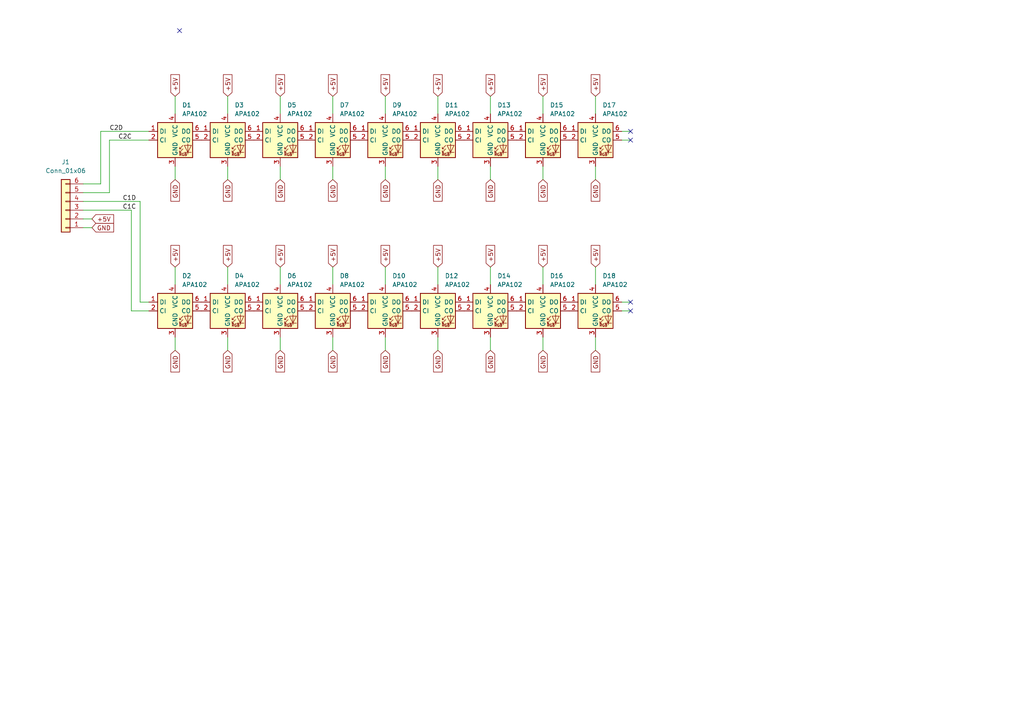
<source format=kicad_sch>
(kicad_sch (version 20211123) (generator eeschema)
  (paper "A4")
  (lib_symbols
    (symbol "Connector_Generic:Conn_01x06" (pin_names (offset 1.016) hide)
      (property "Reference" "J" (at 0 7.62 0))
      (property "Value" "Conn_01x06" (at 0 -10.16 0))
      (symbol "Conn_01x06_1_1"
        (rectangle (start -1.27 -7.493) (end 0 -7.747) (stroke (width 0.1524)))
        (rectangle (start -1.27 -4.953) (end 0 -5.207) (stroke (width 0.1524)))
        (rectangle (start -1.27 -2.413) (end 0 -2.667) (stroke (width 0.1524)))
        (rectangle (start -1.27 0.127) (end 0 -0.127) (stroke (width 0.1524)))
        (rectangle (start -1.27 2.667) (end 0 2.413) (stroke (width 0.1524)))
        (rectangle (start -1.27 5.207) (end 0 4.953) (stroke (width 0.1524)))
        (rectangle (start -1.27 6.35) (end 1.27 -8.89) (stroke (width 0.254)) (fill (type background)))
        (pin passive line (at -5.08 5.08 0) (length 3.81) (name "Pin_1") (number "1"))
        (pin passive line (at -5.08 2.54 0) (length 3.81) (name "Pin_2") (number "2"))
        (pin passive line (at -5.08 0 0) (length 3.81) (name "Pin_3") (number "3"))
        (pin passive line (at -5.08 -2.54 0) (length 3.81) (name "Pin_4") (number "4"))
        (pin passive line (at -5.08 -5.08 0) (length 3.81) (name "Pin_5") (number "5"))
        (pin passive line (at -5.08 -7.62 0) (length 3.81) (name "Pin_6") (number "6"))
      )
    )
    (symbol "LED:APA102"
      (property "Reference" "D" (at 5.08 5.715 0))
      (property "Value" "APA102" (at 1.27 -5.715 0))
      (symbol "APA102_0_0"
        (text "RGB" (at 2.286 -4.191 0) (effects (font (size 0.762 0.762))))
      )
      (symbol "APA102_0_1"
        (polyline (pts (xy 1.27 -3.556) (xy 1.778 -3.556)))
        (polyline (pts (xy 1.27 -2.54) (xy 1.778 -2.54)))
        (polyline (pts (xy 4.699 -3.556) (xy 2.667 -3.556)))
        (polyline (pts (xy 2.286 -2.54) (xy 1.27 -3.556) (xy 1.27 -3.048)))
        (polyline (pts (xy 2.286 -1.524) (xy 1.27 -2.54) (xy 1.27 -2.032)))
        (polyline (pts (xy 3.683 -1.016) (xy 3.683 -3.556) (xy 3.683 -4.064)))
        (polyline (pts (xy 4.699 -1.524) (xy 2.667 -1.524) (xy 3.683 -3.556) (xy 4.699 -1.524)))
        (rectangle (start 5.08 5.08) (end -5.08 -5.08) (stroke (width 0.254)) (fill (type background)))
      )
      (symbol "APA102_1_1"
        (pin input line (at -7.62 2.54 0) (length 2.54) (name "DI") (number "1"))
        (pin input line (at -7.62 0 0) (length 2.54) (name "CI") (number "2"))
        (pin power_in line (at 0 -7.62 90) (length 2.54) (name "GND") (number "3"))
        (pin power_in line (at 0 7.62 270) (length 2.54) (name "VCC") (number "4"))
        (pin output line (at 7.62 0 180) (length 2.54) (name "CO") (number "5"))
        (pin output line (at 7.62 2.54 180) (length 2.54) (name "DO") (number "6"))
      )
    )
  )
  (no_connect (at 182.88 87.63))
  (no_connect (at 182.88 38.1))
  (no_connect (at 52.07 8.89))
  (no_connect (at 182.88 90.17))
  (no_connect (at 182.88 40.64))
  (wire (pts (xy 31.75 40.64) (xy 31.75 55.88)))
  (wire (pts (xy 38.1 60.96) (xy 38.1 90.17)))
  (wire (pts (xy 38.1 90.17) (xy 43.18 90.17)))
  (wire (pts (xy 81.28 97.79) (xy 81.28 101.6)))
  (wire (pts (xy 66.04 97.79) (xy 66.04 101.6)))
  (wire (pts (xy 142.24 97.79) (xy 142.24 101.6)))
  (wire (pts (xy 180.34 40.64) (xy 182.88 40.64)))
  (wire (pts (xy 172.72 27.94) (xy 172.72 33.02)))
  (wire (pts (xy 24.13 58.42) (xy 40.64 58.42)))
  (wire (pts (xy 50.8 27.94) (xy 50.8 33.02)))
  (wire (pts (xy 127 77.47) (xy 127 82.55)))
  (wire (pts (xy 40.64 87.63) (xy 43.18 87.63)))
  (wire (pts (xy 81.28 27.94) (xy 81.28 33.02)))
  (wire (pts (xy 81.28 48.26) (xy 81.28 52.07)))
  (wire (pts (xy 127 48.26) (xy 127 52.07)))
  (wire (pts (xy 29.21 53.34) (xy 29.21 38.1)))
  (wire (pts (xy 111.76 48.26) (xy 111.76 52.07)))
  (wire (pts (xy 172.72 48.26) (xy 172.72 52.07)))
  (wire (pts (xy 66.04 48.26) (xy 66.04 52.07)))
  (wire (pts (xy 96.52 27.94) (xy 96.52 33.02)))
  (wire (pts (xy 81.28 77.47) (xy 81.28 82.55)))
  (wire (pts (xy 50.8 48.26) (xy 50.8 52.07)))
  (wire (pts (xy 142.24 27.94) (xy 142.24 33.02)))
  (wire (pts (xy 157.48 27.94) (xy 157.48 33.02)))
  (wire (pts (xy 142.24 48.26) (xy 142.24 52.07)))
  (wire (pts (xy 157.48 77.47) (xy 157.48 82.55)))
  (wire (pts (xy 66.04 77.47) (xy 66.04 82.55)))
  (wire (pts (xy 50.8 97.79) (xy 50.8 101.6)))
  (wire (pts (xy 111.76 27.94) (xy 111.76 33.02)))
  (wire (pts (xy 96.52 97.79) (xy 96.52 101.6)))
  (wire (pts (xy 40.64 58.42) (xy 40.64 87.63)))
  (wire (pts (xy 66.04 27.94) (xy 66.04 33.02)))
  (wire (pts (xy 24.13 55.88) (xy 31.75 55.88)))
  (wire (pts (xy 29.21 38.1) (xy 43.18 38.1)))
  (wire (pts (xy 96.52 77.47) (xy 96.52 82.55)))
  (wire (pts (xy 180.34 38.1) (xy 182.88 38.1)))
  (wire (pts (xy 127 97.79) (xy 127 101.6)))
  (wire (pts (xy 24.13 53.34) (xy 29.21 53.34)))
  (wire (pts (xy 50.8 77.47) (xy 50.8 82.55)))
  (wire (pts (xy 24.13 66.04) (xy 26.67 66.04)))
  (wire (pts (xy 180.34 87.63) (xy 182.88 87.63)))
  (wire (pts (xy 111.76 97.79) (xy 111.76 101.6)))
  (wire (pts (xy 24.13 63.5) (xy 26.67 63.5)))
  (wire (pts (xy 111.76 77.47) (xy 111.76 82.55)))
  (wire (pts (xy 157.48 48.26) (xy 157.48 52.07)))
  (wire (pts (xy 172.72 97.79) (xy 172.72 101.6)))
  (wire (pts (xy 142.24 77.47) (xy 142.24 82.55)))
  (wire (pts (xy 172.72 77.47) (xy 172.72 82.55)))
  (wire (pts (xy 157.48 97.79) (xy 157.48 101.6)))
  (wire (pts (xy 24.13 60.96) (xy 38.1 60.96)))
  (wire (pts (xy 127 27.94) (xy 127 33.02)))
  (wire (pts (xy 31.75 40.64) (xy 43.18 40.64)))
  (wire (pts (xy 180.34 90.17) (xy 182.88 90.17)))
  (wire (pts (xy 96.52 48.26) (xy 96.52 52.07)))
  (label "C2D" (at 31.75 38.1 0))
  (label "C1C" (at 35.56 60.96 0))
  (label "C2C" (at 34.29 40.64 0))
  (label "C1D" (at 35.56 58.42 0))
  (global_label "+5V" (shape input) (at 50.8 77.47 90) (property "Intersheet References" "${INTERSHEET_REFS}" (effects hide)))
  (global_label "GND" (shape input) (at 172.72 101.6 270) (property "Intersheet References" "${INTERSHEET_REFS}" (effects hide)))
  (global_label "GND" (shape input) (at 127 101.6 270) (property "Intersheet References" "${INTERSHEET_REFS}" (effects hide)))
  (global_label "+5V" (shape input) (at 172.72 77.47 90) (property "Intersheet References" "${INTERSHEET_REFS}" (effects hide)))
  (global_label "+5V" (shape input) (at 127 77.47 90) (property "Intersheet References" "${INTERSHEET_REFS}" (effects hide)))
  (global_label "GND" (shape input) (at 127 52.07 270) (property "Intersheet References" "${INTERSHEET_REFS}" (effects hide)))
  (global_label "GND" (shape input) (at 50.8 52.07 270) (property "Intersheet References" "${INTERSHEET_REFS}" (effects hide)))
  (global_label "+5V" (shape input) (at 66.04 77.47 90) (property "Intersheet References" "${INTERSHEET_REFS}" (effects hide)))
  (global_label "+5V" (shape input) (at 96.52 77.47 90) (property "Intersheet References" "${INTERSHEET_REFS}" (effects hide)))
  (global_label "GND" (shape input) (at 142.24 52.07 270) (property "Intersheet References" "${INTERSHEET_REFS}" (effects hide)))
  (global_label "+5V" (shape input) (at 26.67 63.5 0) (property "Intersheet References" "${INTERSHEET_REFS}" (effects hide)))
  (global_label "GND" (shape input) (at 81.28 52.07 270) (property "Intersheet References" "${INTERSHEET_REFS}" (effects hide)))
  (global_label "+5V" (shape input) (at 127 27.94 90) (property "Intersheet References" "${INTERSHEET_REFS}" (effects hide)))
  (global_label "+5V" (shape input) (at 50.8 27.94 90) (property "Intersheet References" "${INTERSHEET_REFS}" (effects hide)))
  (global_label "+5V" (shape input) (at 111.76 77.47 90) (property "Intersheet References" "${INTERSHEET_REFS}" (effects hide)))
  (global_label "GND" (shape input) (at 157.48 52.07 270) (property "Intersheet References" "${INTERSHEET_REFS}" (effects hide)))
  (global_label "+5V" (shape input) (at 142.24 77.47 90) (property "Intersheet References" "${INTERSHEET_REFS}" (effects hide)))
  (global_label "GND" (shape input) (at 66.04 101.6 270) (property "Intersheet References" "${INTERSHEET_REFS}" (effects hide)))
  (global_label "+5V" (shape input) (at 81.28 77.47 90) (property "Intersheet References" "${INTERSHEET_REFS}" (effects hide)))
  (global_label "GND" (shape input) (at 26.67 66.04 0) (property "Intersheet References" "${INTERSHEET_REFS}" (effects hide)))
  (global_label "+5V" (shape input) (at 81.28 27.94 90) (property "Intersheet References" "${INTERSHEET_REFS}" (effects hide)))
  (global_label "+5V" (shape input) (at 157.48 27.94 90) (property "Intersheet References" "${INTERSHEET_REFS}" (effects hide)))
  (global_label "GND" (shape input) (at 111.76 52.07 270) (property "Intersheet References" "${INTERSHEET_REFS}" (effects hide)))
  (global_label "+5V" (shape input) (at 111.76 27.94 90) (property "Intersheet References" "${INTERSHEET_REFS}" (effects hide)))
  (global_label "GND" (shape input) (at 66.04 52.07 270) (property "Intersheet References" "${INTERSHEET_REFS}" (effects hide)))
  (global_label "GND" (shape input) (at 96.52 101.6 270) (property "Intersheet References" "${INTERSHEET_REFS}" (effects hide)))
  (global_label "GND" (shape input) (at 96.52 52.07 270) (property "Intersheet References" "${INTERSHEET_REFS}" (effects hide)))
  (global_label "GND" (shape input) (at 157.48 101.6 270) (property "Intersheet References" "${INTERSHEET_REFS}" (effects hide)))
  (global_label "GND" (shape input) (at 142.24 101.6 270) (property "Intersheet References" "${INTERSHEET_REFS}" (effects hide)))
  (global_label "+5V" (shape input) (at 172.72 27.94 90) (property "Intersheet References" "${INTERSHEET_REFS}" (effects hide)))
  (global_label "+5V" (shape input) (at 142.24 27.94 90) (property "Intersheet References" "${INTERSHEET_REFS}" (effects hide)))
  (global_label "+5V" (shape input) (at 157.48 77.47 90) (property "Intersheet References" "${INTERSHEET_REFS}" (effects hide)))
  (global_label "GND" (shape input) (at 172.72 52.07 270) (property "Intersheet References" "${INTERSHEET_REFS}" (effects hide)))
  (global_label "GND" (shape input) (at 111.76 101.6 270) (property "Intersheet References" "${INTERSHEET_REFS}" (effects hide)))
  (global_label "GND" (shape input) (at 81.28 101.6 270) (property "Intersheet References" "${INTERSHEET_REFS}" (effects hide)))
  (global_label "GND" (shape input) (at 50.8 101.6 270) (property "Intersheet References" "${INTERSHEET_REFS}" (effects hide)))
  (global_label "+5V" (shape input) (at 96.52 27.94 90) (property "Intersheet References" "${INTERSHEET_REFS}" (effects hide)))
  (global_label "+5V" (shape input) (at 66.04 27.94 90) (property "Intersheet References" "${INTERSHEET_REFS}" (effects hide)))
  (symbol (lib_id "LED:APA102") (at 111.76 90.17 0) (unit 1)
    (property "Reference" "D10" (at 113.7794 80.01 0) (effects (justify left)))
    (property "Value" "APA102" (at 113.7794 82.55 0) (effects (justify left)))
    (property "Footprint" "LED_SMD:LED_RGB_5050-6" (effects hide))
    (property "Datasheet" "http://www.led-color.com/upload/201506/APA102%20LED.pdf" (effects hide))
  )
  (symbol (lib_id "LED:APA102") (at 50.8 90.17 0) (unit 1)
    (property "Reference" "D2" (at 52.8194 80.01 0) (effects (justify left)))
    (property "Value" "APA102" (at 52.8194 82.55 0) (effects (justify left)))
    (property "Footprint" "LED_SMD:LED_RGB_5050-6" (effects hide))
    (property "Datasheet" "http://www.led-color.com/upload/201506/APA102%20LED.pdf" (effects hide))
  )
  (symbol (lib_id "LED:APA102") (at 157.48 40.64 0) (unit 1)
    (property "Reference" "D15" (at 159.4994 30.48 0) (effects (justify left)))
    (property "Value" "APA102" (at 159.4994 33.02 0) (effects (justify left)))
    (property "Footprint" "LED_SMD:LED_RGB_5050-6" (effects hide))
    (property "Datasheet" "http://www.led-color.com/upload/201506/APA102%20LED.pdf" (effects hide))
  )
  (symbol (lib_id "LED:APA102") (at 142.24 90.17 0) (unit 1)
    (property "Reference" "D14" (at 144.2594 80.01 0) (effects (justify left)))
    (property "Value" "APA102" (at 144.2594 82.55 0) (effects (justify left)))
    (property "Footprint" "LED_SMD:LED_RGB_5050-6" (effects hide))
    (property "Datasheet" "http://www.led-color.com/upload/201506/APA102%20LED.pdf" (effects hide))
  )
  (symbol (lib_id "LED:APA102") (at 172.72 90.17 0) (unit 1)
    (property "Reference" "D18" (at 174.7394 80.01 0) (effects (justify left)))
    (property "Value" "APA102" (at 174.7394 82.55 0) (effects (justify left)))
    (property "Footprint" "LED_SMD:LED_RGB_5050-6" (effects hide))
    (property "Datasheet" "http://www.led-color.com/upload/201506/APA102%20LED.pdf" (effects hide))
  )
  (symbol (lib_id "LED:APA102") (at 142.24 40.64 0) (unit 1)
    (property "Reference" "D13" (at 144.2594 30.48 0) (effects (justify left)))
    (property "Value" "APA102" (at 144.2594 33.02 0) (effects (justify left)))
    (property "Footprint" "LED_SMD:LED_RGB_5050-6" (effects hide))
    (property "Datasheet" "http://www.led-color.com/upload/201506/APA102%20LED.pdf" (effects hide))
  )
  (symbol (lib_id "LED:APA102") (at 127 40.64 0) (unit 1)
    (property "Reference" "D11" (at 129.0194 30.48 0) (effects (justify left)))
    (property "Value" "APA102" (at 129.0194 33.02 0) (effects (justify left)))
    (property "Footprint" "LED_SMD:LED_RGB_5050-6" (effects hide))
    (property "Datasheet" "http://www.led-color.com/upload/201506/APA102%20LED.pdf" (effects hide))
  )
  (symbol (lib_id "LED:APA102") (at 50.8 40.64 0) (unit 1)
    (property "Reference" "D1" (at 52.8194 30.48 0) (effects (justify left)))
    (property "Value" "APA102" (at 52.8194 33.02 0) (effects (justify left)))
    (property "Footprint" "LED_SMD:LED_RGB_5050-6" (effects hide))
    (property "Datasheet" "http://www.led-color.com/upload/201506/APA102%20LED.pdf" (effects hide))
  )
  (symbol (lib_id "LED:APA102") (at 157.48 90.17 0) (unit 1)
    (property "Reference" "D16" (at 159.4994 80.01 0) (effects (justify left)))
    (property "Value" "APA102" (at 159.4994 82.55 0) (effects (justify left)))
    (property "Footprint" "LED_SMD:LED_RGB_5050-6" (effects hide))
    (property "Datasheet" "http://www.led-color.com/upload/201506/APA102%20LED.pdf" (effects hide))
  )
  (symbol (lib_id "LED:APA102") (at 172.72 40.64 0) (unit 1)
    (property "Reference" "D17" (at 174.7394 30.48 0) (effects (justify left)))
    (property "Value" "APA102" (at 174.7394 33.02 0) (effects (justify left)))
    (property "Footprint" "LED_SMD:LED_RGB_5050-6" (effects hide))
    (property "Datasheet" "http://www.led-color.com/upload/201506/APA102%20LED.pdf" (effects hide))
  )
  (symbol (lib_id "LED:APA102") (at 81.28 40.64 0) (unit 1)
    (property "Reference" "D5" (at 83.2994 30.48 0) (effects (justify left)))
    (property "Value" "APA102" (at 83.2994 33.02 0) (effects (justify left)))
    (property "Footprint" "LED_SMD:LED_RGB_5050-6" (effects hide))
    (property "Datasheet" "http://www.led-color.com/upload/201506/APA102%20LED.pdf" (effects hide))
  )
  (symbol (lib_id "LED:APA102") (at 127 90.17 0) (unit 1)
    (property "Reference" "D12" (at 129.0194 80.01 0) (effects (justify left)))
    (property "Value" "APA102" (at 129.0194 82.55 0) (effects (justify left)))
    (property "Footprint" "LED_SMD:LED_RGB_5050-6" (effects hide))
    (property "Datasheet" "http://www.led-color.com/upload/201506/APA102%20LED.pdf" (effects hide))
  )
  (symbol (lib_id "LED:APA102") (at 96.52 40.64 0) (unit 1)
    (property "Reference" "D7" (at 98.5394 30.48 0) (effects (justify left)))
    (property "Value" "APA102" (at 98.5394 33.02 0) (effects (justify left)))
    (property "Footprint" "LED_SMD:LED_RGB_5050-6" (effects hide))
    (property "Datasheet" "http://www.led-color.com/upload/201506/APA102%20LED.pdf" (effects hide))
  )
  (symbol (lib_id "LED:APA102") (at 66.04 40.64 0) (unit 1)
    (property "Reference" "D3" (at 68.0594 30.48 0) (effects (justify left)))
    (property "Value" "APA102" (at 68.0594 33.02 0) (effects (justify left)))
    (property "Footprint" "LED_SMD:LED_RGB_5050-6" (effects hide))
    (property "Datasheet" "http://www.led-color.com/upload/201506/APA102%20LED.pdf" (effects hide))
  )
  (symbol (lib_id "LED:APA102") (at 96.52 90.17 0) (unit 1)
    (property "Reference" "D8" (at 98.5394 80.01 0) (effects (justify left)))
    (property "Value" "APA102" (at 98.5394 82.55 0) (effects (justify left)))
    (property "Footprint" "LED_SMD:LED_RGB_5050-6" (effects hide))
    (property "Datasheet" "http://www.led-color.com/upload/201506/APA102%20LED.pdf" (effects hide))
  )
  (symbol (lib_id "LED:APA102") (at 66.04 90.17 0) (unit 1)
    (property "Reference" "D4" (at 68.0594 80.01 0) (effects (justify left)))
    (property "Value" "APA102" (at 68.0594 82.55 0) (effects (justify left)))
    (property "Footprint" "LED_SMD:LED_RGB_5050-6" (effects hide))
    (property "Datasheet" "http://www.led-color.com/upload/201506/APA102%20LED.pdf" (effects hide))
  )
  (symbol (lib_id "LED:APA102") (at 111.76 40.64 0) (unit 1)
    (property "Reference" "D9" (at 113.7794 30.48 0) (effects (justify left)))
    (property "Value" "APA102" (at 113.7794 33.02 0) (effects (justify left)))
    (property "Footprint" "LED_SMD:LED_RGB_5050-6" (effects hide))
    (property "Datasheet" "http://www.led-color.com/upload/201506/APA102%20LED.pdf" (effects hide))
  )
  (symbol (lib_id "Connector_Generic:Conn_01x06") (at 19.05 60.96 180) (unit 1)
    (property "Reference" "J1" (at 19.05 46.99 0))
    (property "Value" "Conn_01x06" (at 19.05 49.53 0))
    (property "Footprint" "Connector_PinHeader_2.54mm:PinHeader_1x06_P2.54mm_Vertical" (effects hide))
  )
  (symbol (lib_id "LED:APA102") (at 81.28 90.17 0) (unit 1)
    (property "Reference" "D6" (at 83.2994 80.01 0) (effects (justify left)))
    (property "Value" "APA102" (at 83.2994 82.55 0) (effects (justify left)))
    (property "Footprint" "LED_SMD:LED_RGB_5050-6" (effects hide))
    (property "Datasheet" "http://www.led-color.com/upload/201506/APA102%20LED.pdf" (effects hide))
  )
)
</source>
